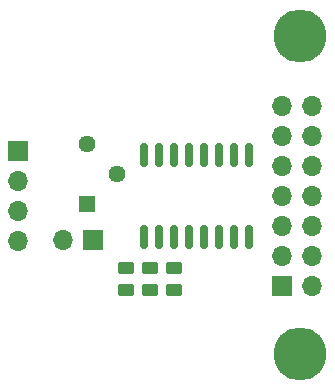
<source format=gbr>
%TF.GenerationSoftware,KiCad,Pcbnew,8.0.6+1*%
%TF.CreationDate,2024-12-08T19:19:35+01:00*%
%TF.ProjectId,8x2 backpack,38783220-6261-4636-9b70-61636b2e6b69,rev?*%
%TF.SameCoordinates,Original*%
%TF.FileFunction,Soldermask,Top*%
%TF.FilePolarity,Negative*%
%FSLAX46Y46*%
G04 Gerber Fmt 4.6, Leading zero omitted, Abs format (unit mm)*
G04 Created by KiCad (PCBNEW 8.0.6+1) date 2024-12-08 19:19:35*
%MOMM*%
%LPD*%
G01*
G04 APERTURE LIST*
G04 Aperture macros list*
%AMRoundRect*
0 Rectangle with rounded corners*
0 $1 Rounding radius*
0 $2 $3 $4 $5 $6 $7 $8 $9 X,Y pos of 4 corners*
0 Add a 4 corners polygon primitive as box body*
4,1,4,$2,$3,$4,$5,$6,$7,$8,$9,$2,$3,0*
0 Add four circle primitives for the rounded corners*
1,1,$1+$1,$2,$3*
1,1,$1+$1,$4,$5*
1,1,$1+$1,$6,$7*
1,1,$1+$1,$8,$9*
0 Add four rect primitives between the rounded corners*
20,1,$1+$1,$2,$3,$4,$5,0*
20,1,$1+$1,$4,$5,$6,$7,0*
20,1,$1+$1,$6,$7,$8,$9,0*
20,1,$1+$1,$8,$9,$2,$3,0*%
G04 Aperture macros list end*
%ADD10R,1.700000X1.700000*%
%ADD11O,1.700000X1.700000*%
%ADD12O,4.500000X4.500000*%
%ADD13RoundRect,0.250000X0.450000X-0.262500X0.450000X0.262500X-0.450000X0.262500X-0.450000X-0.262500X0*%
%ADD14R,1.440000X1.440000*%
%ADD15C,1.440000*%
%ADD16RoundRect,0.150000X0.150000X-0.837500X0.150000X0.837500X-0.150000X0.837500X-0.150000X-0.837500X0*%
G04 APERTURE END LIST*
D10*
%TO.C,J3*%
X42608500Y-53086000D03*
D11*
X40068500Y-53086000D03*
%TD*%
D12*
%TO.C,*%
X60134500Y-62774000D03*
%TD*%
%TO.C,*%
X60174500Y-35814000D03*
%TD*%
D13*
%TO.C,A1*%
X47434500Y-57324000D03*
X47434500Y-55499000D03*
%TD*%
D14*
%TO.C,RV1*%
X42100500Y-50038000D03*
D15*
X44640500Y-47498000D03*
X42100500Y-44958000D03*
%TD*%
D13*
%TO.C,A0*%
X45402500Y-57324000D03*
X45402500Y-55499000D03*
%TD*%
D10*
%TO.C,J2*%
X36258500Y-45584000D03*
D11*
X36258500Y-48124000D03*
X36258500Y-50664000D03*
X36258500Y-53204000D03*
%TD*%
D13*
%TO.C,A2*%
X49466500Y-57324000D03*
X49466500Y-55499000D03*
%TD*%
D16*
%TO.C,U1*%
X46926500Y-52856500D03*
X48196500Y-52856500D03*
X49466500Y-52856500D03*
X50736500Y-52856500D03*
X52006500Y-52856500D03*
X53276500Y-52856500D03*
X54546500Y-52856500D03*
X55816500Y-52856500D03*
X55816500Y-45931500D03*
X54546500Y-45931500D03*
X53276500Y-45931500D03*
X52006500Y-45931500D03*
X50736500Y-45931500D03*
X49466500Y-45931500D03*
X48196500Y-45931500D03*
X46926500Y-45931500D03*
%TD*%
D10*
%TO.C,J1*%
X58634500Y-57014000D03*
D11*
X61174500Y-57014000D03*
X58634500Y-54474000D03*
X61174500Y-54474000D03*
X58634500Y-51934000D03*
X61174500Y-51934000D03*
X58634500Y-49394000D03*
X61174500Y-49394000D03*
X58634500Y-46854000D03*
X61174500Y-46854000D03*
X58634500Y-44314000D03*
X61174500Y-44314000D03*
X58634500Y-41774000D03*
X61174500Y-41774000D03*
%TD*%
M02*

</source>
